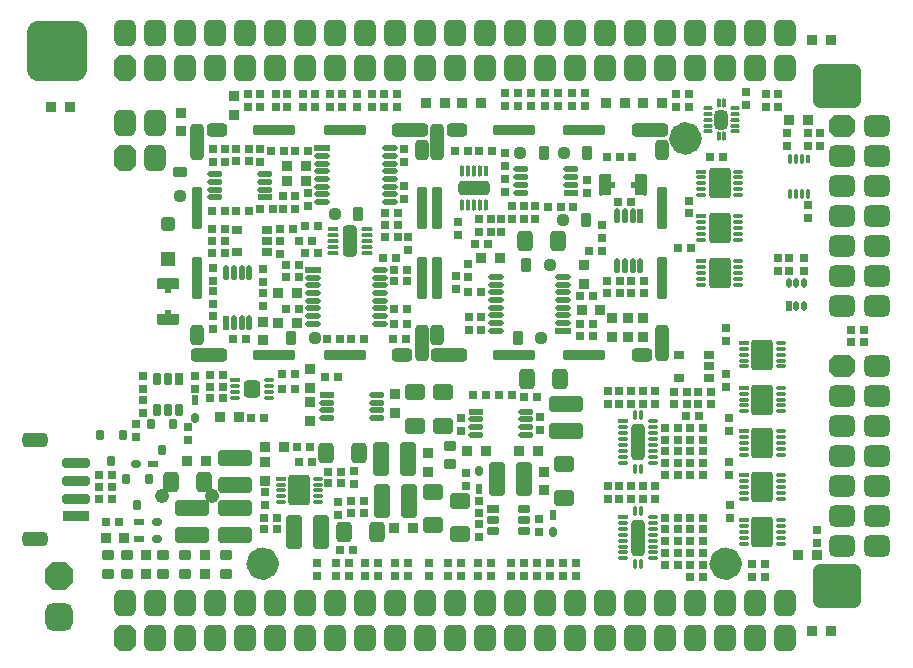
<source format=gbr>
%TF.GenerationSoftware,Altium Limited,Altium Designer,21.5.1 (32)*%
G04 Layer_Color=8388736*
%FSLAX45Y45*%
%MOMM*%
%TF.SameCoordinates,6D93875A-9943-4EB1-8E24-321CDD5DE8D5*%
%TF.FilePolarity,Negative*%
%TF.FileFunction,Soldermask,Top*%
%TF.Part,Single*%
G01*
G75*
%TA.AperFunction,ComponentPad*%
G04:AMPARAMS|DCode=117|XSize=1.82mm|YSize=2.22mm|CornerRadius=0mm|HoleSize=0mm|Usage=FLASHONLY|Rotation=270.000|XOffset=0mm|YOffset=0mm|HoleType=Round|Shape=Octagon|*
%AMOCTAGOND117*
4,1,8,1.11000,0.45500,1.11000,-0.45500,0.65500,-0.91000,-0.65500,-0.91000,-1.11000,-0.45500,-1.11000,0.45500,-0.65500,0.91000,0.65500,0.91000,1.11000,0.45500,0.0*
%
%ADD117OCTAGOND117*%

G04:AMPARAMS|DCode=118|XSize=1.82mm|YSize=2.22mm|CornerRadius=0.485mm|HoleSize=0mm|Usage=FLASHONLY|Rotation=270.000|XOffset=0mm|YOffset=0mm|HoleType=Round|Shape=RoundedRectangle|*
%AMROUNDEDRECTD118*
21,1,1.82000,1.25001,0,0,270.0*
21,1,0.85000,2.22000,0,0,270.0*
1,1,0.97000,-0.62500,-0.42500*
1,1,0.97000,-0.62500,0.42500*
1,1,0.97000,0.62500,0.42500*
1,1,0.97000,0.62500,-0.42500*
%
%ADD118ROUNDEDRECTD118*%
G04:AMPARAMS|DCode=119|XSize=1.82mm|YSize=2.22mm|CornerRadius=0.485mm|HoleSize=0mm|Usage=FLASHONLY|Rotation=0.000|XOffset=0mm|YOffset=0mm|HoleType=Round|Shape=RoundedRectangle|*
%AMROUNDEDRECTD119*
21,1,1.82000,1.25001,0,0,0.0*
21,1,0.85000,2.22000,0,0,0.0*
1,1,0.97000,0.42500,-0.62500*
1,1,0.97000,-0.42500,-0.62500*
1,1,0.97000,-0.42500,0.62500*
1,1,0.97000,0.42500,0.62500*
%
%ADD119ROUNDEDRECTD119*%
G04:AMPARAMS|DCode=120|XSize=1.82mm|YSize=2.22mm|CornerRadius=0mm|HoleSize=0mm|Usage=FLASHONLY|Rotation=0.000|XOffset=0mm|YOffset=0mm|HoleType=Round|Shape=Octagon|*
%AMOCTAGOND120*
4,1,8,-0.45500,1.11000,0.45500,1.11000,0.91000,0.65500,0.91000,-0.65500,0.45500,-1.11000,-0.45500,-1.11000,-0.91000,-0.65500,-0.91000,0.65500,-0.45500,1.11000,0.0*
%
%ADD120OCTAGOND120*%

G04:AMPARAMS|DCode=121|XSize=4.12mm|YSize=3.72mm|CornerRadius=0.6mm|HoleSize=0mm|Usage=FLASHONLY|Rotation=0.000|XOffset=0mm|YOffset=0mm|HoleType=Round|Shape=RoundedRectangle|*
%AMROUNDEDRECTD121*
21,1,4.12000,2.52000,0,0,0.0*
21,1,2.92000,3.72000,0,0,0.0*
1,1,1.20000,1.46000,-1.26000*
1,1,1.20000,-1.46000,-1.26000*
1,1,1.20000,-1.46000,1.26000*
1,1,1.20000,1.46000,1.26000*
%
%ADD121ROUNDEDRECTD121*%
G04:AMPARAMS|DCode=122|XSize=5.12mm|YSize=5.12mm|CornerRadius=1.06mm|HoleSize=0mm|Usage=FLASHONLY|Rotation=0.000|XOffset=0mm|YOffset=0mm|HoleType=Round|Shape=RoundedRectangle|*
%AMROUNDEDRECTD122*
21,1,5.12000,3.00000,0,0,0.0*
21,1,3.00000,5.12000,0,0,0.0*
1,1,2.12000,1.50000,-1.50000*
1,1,2.12000,-1.50000,-1.50000*
1,1,2.12000,-1.50000,1.50000*
1,1,2.12000,1.50000,1.50000*
%
%ADD122ROUNDEDRECTD122*%
G04:AMPARAMS|DCode=123|XSize=2.32mm|YSize=2.32mm|CornerRadius=0.61mm|HoleSize=0mm|Usage=FLASHONLY|Rotation=270.000|XOffset=0mm|YOffset=0mm|HoleType=Round|Shape=RoundedRectangle|*
%AMROUNDEDRECTD123*
21,1,2.32000,1.10000,0,0,270.0*
21,1,1.10000,2.32000,0,0,270.0*
1,1,1.22000,-0.55000,-0.55000*
1,1,1.22000,-0.55000,0.55000*
1,1,1.22000,0.55000,0.55000*
1,1,1.22000,0.55000,-0.55000*
%
%ADD123ROUNDEDRECTD123*%
G04:AMPARAMS|DCode=124|XSize=2.32mm|YSize=2.32mm|CornerRadius=0mm|HoleSize=0mm|Usage=FLASHONLY|Rotation=270.000|XOffset=0mm|YOffset=0mm|HoleType=Round|Shape=Octagon|*
%AMOCTAGOND124*
4,1,8,-0.58000,-1.16000,0.58000,-1.16000,1.16000,-0.58000,1.16000,0.58000,0.58000,1.16000,-0.58000,1.16000,-1.16000,0.58000,-1.16000,-0.58000,-0.58000,-1.16000,0.0*
%
%ADD124OCTAGOND124*%

%TA.AperFunction,ViaPad*%
%ADD125C,1.22000*%
%TA.AperFunction,NonConductor*%
%ADD166C,2.14000*%
%TA.AperFunction,SMDPad,CuDef*%
G04:AMPARAMS|DCode=167|XSize=0.72mm|YSize=0.72mm|CornerRadius=0.21mm|HoleSize=0mm|Usage=FLASHONLY|Rotation=180.000|XOffset=0mm|YOffset=0mm|HoleType=Round|Shape=RoundedRectangle|*
%AMROUNDEDRECTD167*
21,1,0.72000,0.30000,0,0,180.0*
21,1,0.30000,0.72000,0,0,180.0*
1,1,0.42000,-0.15000,0.15000*
1,1,0.42000,0.15000,0.15000*
1,1,0.42000,0.15000,-0.15000*
1,1,0.42000,-0.15000,-0.15000*
%
%ADD167ROUNDEDRECTD167*%
G04:AMPARAMS|DCode=168|XSize=0.72mm|YSize=0.82mm|CornerRadius=0.21mm|HoleSize=0mm|Usage=FLASHONLY|Rotation=0.000|XOffset=0mm|YOffset=0mm|HoleType=Round|Shape=RoundedRectangle|*
%AMROUNDEDRECTD168*
21,1,0.72000,0.40000,0,0,0.0*
21,1,0.30000,0.82000,0,0,0.0*
1,1,0.42000,0.15000,-0.20000*
1,1,0.42000,-0.15000,-0.20000*
1,1,0.42000,-0.15000,0.20000*
1,1,0.42000,0.15000,0.20000*
%
%ADD168ROUNDEDRECTD168*%
G04:AMPARAMS|DCode=169|XSize=0.37mm|YSize=0.77mm|CornerRadius=0.1225mm|HoleSize=0mm|Usage=FLASHONLY|Rotation=90.000|XOffset=0mm|YOffset=0mm|HoleType=Round|Shape=RoundedRectangle|*
%AMROUNDEDRECTD169*
21,1,0.37000,0.52500,0,0,90.0*
21,1,0.12500,0.77000,0,0,90.0*
1,1,0.24500,0.26250,0.06250*
1,1,0.24500,0.26250,-0.06250*
1,1,0.24500,-0.26250,-0.06250*
1,1,0.24500,-0.26250,0.06250*
%
%ADD169ROUNDEDRECTD169*%
G04:AMPARAMS|DCode=170|XSize=0.37mm|YSize=0.77mm|CornerRadius=0.1225mm|HoleSize=0mm|Usage=FLASHONLY|Rotation=0.000|XOffset=0mm|YOffset=0mm|HoleType=Round|Shape=RoundedRectangle|*
%AMROUNDEDRECTD170*
21,1,0.37000,0.52500,0,0,0.0*
21,1,0.12500,0.77000,0,0,0.0*
1,1,0.24500,0.06250,-0.26250*
1,1,0.24500,-0.06250,-0.26250*
1,1,0.24500,-0.06250,0.26250*
1,1,0.24500,0.06250,0.26250*
%
%ADD170ROUNDEDRECTD170*%
G04:AMPARAMS|DCode=171|XSize=1.12mm|YSize=1.62mm|CornerRadius=0.31mm|HoleSize=0mm|Usage=FLASHONLY|Rotation=0.000|XOffset=0mm|YOffset=0mm|HoleType=Round|Shape=RoundedRectangle|*
%AMROUNDEDRECTD171*
21,1,1.12000,1.00000,0,0,0.0*
21,1,0.50000,1.62000,0,0,0.0*
1,1,0.62000,0.25000,-0.50000*
1,1,0.62000,-0.25000,-0.50000*
1,1,0.62000,-0.25000,0.50000*
1,1,0.62000,0.25000,0.50000*
%
%ADD171ROUNDEDRECTD171*%
%ADD172R,0.82000X0.37000*%
G04:AMPARAMS|DCode=173|XSize=0.37mm|YSize=0.82mm|CornerRadius=0.1225mm|HoleSize=0mm|Usage=FLASHONLY|Rotation=90.000|XOffset=0mm|YOffset=0mm|HoleType=Round|Shape=RoundedRectangle|*
%AMROUNDEDRECTD173*
21,1,0.37000,0.57500,0,0,90.0*
21,1,0.12500,0.82000,0,0,90.0*
1,1,0.24500,0.28750,0.06250*
1,1,0.24500,0.28750,-0.06250*
1,1,0.24500,-0.28750,-0.06250*
1,1,0.24500,-0.28750,0.06250*
%
%ADD173ROUNDEDRECTD173*%
G04:AMPARAMS|DCode=174|XSize=2.62mm|YSize=1.82mm|CornerRadius=0.23mm|HoleSize=0mm|Usage=FLASHONLY|Rotation=90.000|XOffset=0mm|YOffset=0mm|HoleType=Round|Shape=RoundedRectangle|*
%AMROUNDEDRECTD174*
21,1,2.62000,1.36000,0,0,90.0*
21,1,2.16000,1.82000,0,0,90.0*
1,1,0.46000,0.68000,1.08000*
1,1,0.46000,0.68000,-1.08000*
1,1,0.46000,-0.68000,-1.08000*
1,1,0.46000,-0.68000,1.08000*
%
%ADD174ROUNDEDRECTD174*%
%ADD175R,1.27000X0.47000*%
G04:AMPARAMS|DCode=176|XSize=0.47mm|YSize=1.27mm|CornerRadius=0.1475mm|HoleSize=0mm|Usage=FLASHONLY|Rotation=90.000|XOffset=0mm|YOffset=0mm|HoleType=Round|Shape=RoundedRectangle|*
%AMROUNDEDRECTD176*
21,1,0.47000,0.97500,0,0,90.0*
21,1,0.17500,1.27000,0,0,90.0*
1,1,0.29500,0.48750,0.08750*
1,1,0.29500,0.48750,-0.08750*
1,1,0.29500,-0.48750,-0.08750*
1,1,0.29500,-0.48750,0.08750*
%
%ADD176ROUNDEDRECTD176*%
%ADD177R,1.02000X0.67000*%
G04:AMPARAMS|DCode=178|XSize=0.67mm|YSize=1.02mm|CornerRadius=0.1975mm|HoleSize=0mm|Usage=FLASHONLY|Rotation=90.000|XOffset=0mm|YOffset=0mm|HoleType=Round|Shape=RoundedRectangle|*
%AMROUNDEDRECTD178*
21,1,0.67000,0.62500,0,0,90.0*
21,1,0.27500,1.02000,0,0,90.0*
1,1,0.39500,0.31250,0.13750*
1,1,0.39500,0.31250,-0.13750*
1,1,0.39500,-0.31250,-0.13750*
1,1,0.39500,-0.31250,0.13750*
%
%ADD178ROUNDEDRECTD178*%
%ADD179R,0.67000X1.02000*%
G04:AMPARAMS|DCode=180|XSize=0.67mm|YSize=1.02mm|CornerRadius=0.1975mm|HoleSize=0mm|Usage=FLASHONLY|Rotation=0.000|XOffset=0mm|YOffset=0mm|HoleType=Round|Shape=RoundedRectangle|*
%AMROUNDEDRECTD180*
21,1,0.67000,0.62500,0,0,0.0*
21,1,0.27500,1.02000,0,0,0.0*
1,1,0.39500,0.13750,-0.31250*
1,1,0.39500,-0.13750,-0.31250*
1,1,0.39500,-0.13750,0.31250*
1,1,0.39500,0.13750,0.31250*
%
%ADD180ROUNDEDRECTD180*%
G04:AMPARAMS|DCode=181|XSize=1.52mm|YSize=1.42mm|CornerRadius=0.385mm|HoleSize=0mm|Usage=FLASHONLY|Rotation=90.000|XOffset=0mm|YOffset=0mm|HoleType=Round|Shape=RoundedRectangle|*
%AMROUNDEDRECTD181*
21,1,1.52000,0.65000,0,0,90.0*
21,1,0.75000,1.42000,0,0,90.0*
1,1,0.77000,0.32500,0.37500*
1,1,0.77000,0.32500,-0.37500*
1,1,0.77000,-0.32500,-0.37500*
1,1,0.77000,-0.32500,0.37500*
%
%ADD181ROUNDEDRECTD181*%
G04:AMPARAMS|DCode=182|XSize=0.72mm|YSize=0.92mm|CornerRadius=0.21mm|HoleSize=0mm|Usage=FLASHONLY|Rotation=270.000|XOffset=0mm|YOffset=0mm|HoleType=Round|Shape=RoundedRectangle|*
%AMROUNDEDRECTD182*
21,1,0.72000,0.50000,0,0,270.0*
21,1,0.30000,0.92000,0,0,270.0*
1,1,0.42000,-0.25000,-0.15000*
1,1,0.42000,-0.25000,0.15000*
1,1,0.42000,0.25000,0.15000*
1,1,0.42000,0.25000,-0.15000*
%
%ADD182ROUNDEDRECTD182*%
%ADD183R,0.92000X0.72000*%
G04:AMPARAMS|DCode=184|XSize=0.47mm|YSize=0.82mm|CornerRadius=0.1475mm|HoleSize=0mm|Usage=FLASHONLY|Rotation=180.000|XOffset=0mm|YOffset=0mm|HoleType=Round|Shape=RoundedRectangle|*
%AMROUNDEDRECTD184*
21,1,0.47000,0.52501,0,0,180.0*
21,1,0.17500,0.82000,0,0,180.0*
1,1,0.29500,-0.08750,0.26250*
1,1,0.29500,0.08750,0.26250*
1,1,0.29500,0.08750,-0.26250*
1,1,0.29500,-0.08750,-0.26250*
%
%ADD184ROUNDEDRECTD184*%
%ADD185R,0.47000X0.82000*%
G04:AMPARAMS|DCode=186|XSize=0.39mm|YSize=0.77mm|CornerRadius=0.1275mm|HoleSize=0mm|Usage=FLASHONLY|Rotation=0.000|XOffset=0mm|YOffset=0mm|HoleType=Round|Shape=RoundedRectangle|*
%AMROUNDEDRECTD186*
21,1,0.39000,0.51501,0,0,0.0*
21,1,0.13500,0.77000,0,0,0.0*
1,1,0.25500,0.06750,-0.25750*
1,1,0.25500,-0.06750,-0.25750*
1,1,0.25500,-0.06750,0.25750*
1,1,0.25500,0.06750,0.25750*
%
%ADD186ROUNDEDRECTD186*%
%ADD187R,0.39000X0.77000*%
G04:AMPARAMS|DCode=188|XSize=0.37mm|YSize=0.82mm|CornerRadius=0.1225mm|HoleSize=0mm|Usage=FLASHONLY|Rotation=0.000|XOffset=0mm|YOffset=0mm|HoleType=Round|Shape=RoundedRectangle|*
%AMROUNDEDRECTD188*
21,1,0.37000,0.57500,0,0,0.0*
21,1,0.12500,0.82000,0,0,0.0*
1,1,0.24500,0.06250,-0.28750*
1,1,0.24500,-0.06250,-0.28750*
1,1,0.24500,-0.06250,0.28750*
1,1,0.24500,0.06250,0.28750*
%
%ADD188ROUNDEDRECTD188*%
G04:AMPARAMS|DCode=189|XSize=1.12mm|YSize=3.12mm|CornerRadius=0.31mm|HoleSize=0mm|Usage=FLASHONLY|Rotation=0.000|XOffset=0mm|YOffset=0mm|HoleType=Round|Shape=RoundedRectangle|*
%AMROUNDEDRECTD189*
21,1,1.12000,2.50000,0,0,0.0*
21,1,0.50000,3.12000,0,0,0.0*
1,1,0.62000,0.25000,-1.25000*
1,1,0.62000,-0.25000,-1.25000*
1,1,0.62000,-0.25000,1.25000*
1,1,0.62000,0.25000,1.25000*
%
%ADD189ROUNDEDRECTD189*%
G04:AMPARAMS|DCode=190|XSize=0.47mm|YSize=1.32mm|CornerRadius=0.1475mm|HoleSize=0mm|Usage=FLASHONLY|Rotation=90.000|XOffset=0mm|YOffset=0mm|HoleType=Round|Shape=RoundedRectangle|*
%AMROUNDEDRECTD190*
21,1,0.47000,1.02500,0,0,90.0*
21,1,0.17500,1.32000,0,0,90.0*
1,1,0.29500,0.51250,0.08750*
1,1,0.29500,0.51250,-0.08750*
1,1,0.29500,-0.51250,-0.08750*
1,1,0.29500,-0.51250,0.08750*
%
%ADD190ROUNDEDRECTD190*%
%ADD191R,1.32000X0.47000*%
%ADD192R,0.97000X0.37000*%
G04:AMPARAMS|DCode=193|XSize=0.37mm|YSize=0.97mm|CornerRadius=0.1225mm|HoleSize=0mm|Usage=FLASHONLY|Rotation=90.000|XOffset=0mm|YOffset=0mm|HoleType=Round|Shape=RoundedRectangle|*
%AMROUNDEDRECTD193*
21,1,0.37000,0.72500,0,0,90.0*
21,1,0.12500,0.97000,0,0,90.0*
1,1,0.24500,0.36250,0.06250*
1,1,0.24500,0.36250,-0.06250*
1,1,0.24500,-0.36250,-0.06250*
1,1,0.24500,-0.36250,0.06250*
%
%ADD193ROUNDEDRECTD193*%
G04:AMPARAMS|DCode=194|XSize=2.67mm|YSize=1.22mm|CornerRadius=0.335mm|HoleSize=0mm|Usage=FLASHONLY|Rotation=90.000|XOffset=0mm|YOffset=0mm|HoleType=Round|Shape=RoundedRectangle|*
%AMROUNDEDRECTD194*
21,1,2.67000,0.55000,0,0,90.0*
21,1,2.00000,1.22000,0,0,90.0*
1,1,0.67000,0.27500,1.00000*
1,1,0.67000,0.27500,-1.00000*
1,1,0.67000,-0.27500,-1.00000*
1,1,0.67000,-0.27500,1.00000*
%
%ADD194ROUNDEDRECTD194*%
%ADD195R,0.47000X1.27000*%
G04:AMPARAMS|DCode=196|XSize=0.47mm|YSize=1.27mm|CornerRadius=0.1475mm|HoleSize=0mm|Usage=FLASHONLY|Rotation=180.000|XOffset=0mm|YOffset=0mm|HoleType=Round|Shape=RoundedRectangle|*
%AMROUNDEDRECTD196*
21,1,0.47000,0.97500,0,0,180.0*
21,1,0.17500,1.27000,0,0,180.0*
1,1,0.29500,-0.08750,0.48750*
1,1,0.29500,0.08750,0.48750*
1,1,0.29500,0.08750,-0.48750*
1,1,0.29500,-0.08750,-0.48750*
%
%ADD196ROUNDEDRECTD196*%
%ADD197R,0.37000X0.97000*%
G04:AMPARAMS|DCode=198|XSize=0.37mm|YSize=0.97mm|CornerRadius=0.1225mm|HoleSize=0mm|Usage=FLASHONLY|Rotation=0.000|XOffset=0mm|YOffset=0mm|HoleType=Round|Shape=RoundedRectangle|*
%AMROUNDEDRECTD198*
21,1,0.37000,0.72500,0,0,0.0*
21,1,0.12500,0.97000,0,0,0.0*
1,1,0.24500,0.06250,-0.36250*
1,1,0.24500,-0.06250,-0.36250*
1,1,0.24500,-0.06250,0.36250*
1,1,0.24500,0.06250,0.36250*
%
%ADD198ROUNDEDRECTD198*%
G04:AMPARAMS|DCode=199|XSize=2.67mm|YSize=1.22mm|CornerRadius=0.335mm|HoleSize=0mm|Usage=FLASHONLY|Rotation=0.000|XOffset=0mm|YOffset=0mm|HoleType=Round|Shape=RoundedRectangle|*
%AMROUNDEDRECTD199*
21,1,2.67000,0.55000,0,0,0.0*
21,1,2.00000,1.22000,0,0,0.0*
1,1,0.67000,1.00000,-0.27500*
1,1,0.67000,-1.00000,-0.27500*
1,1,0.67000,-1.00000,0.27500*
1,1,0.67000,1.00000,0.27500*
%
%ADD199ROUNDEDRECTD199*%
%ADD200C,1.12000*%
G04:AMPARAMS|DCode=201|XSize=0.92mm|YSize=1.12mm|CornerRadius=0.1mm|HoleSize=0mm|Usage=FLASHONLY|Rotation=90.000|XOffset=0mm|YOffset=0mm|HoleType=Round|Shape=RoundedRectangle|*
%AMROUNDEDRECTD201*
21,1,0.92000,0.92000,0,0,90.0*
21,1,0.72000,1.12000,0,0,90.0*
1,1,0.20000,0.46000,0.36000*
1,1,0.20000,0.46000,-0.36000*
1,1,0.20000,-0.46000,-0.36000*
1,1,0.20000,-0.46000,0.36000*
%
%ADD201ROUNDEDRECTD201*%
G04:AMPARAMS|DCode=202|XSize=0.92mm|YSize=1.12mm|CornerRadius=0.1mm|HoleSize=0mm|Usage=FLASHONLY|Rotation=180.000|XOffset=0mm|YOffset=0mm|HoleType=Round|Shape=RoundedRectangle|*
%AMROUNDEDRECTD202*
21,1,0.92000,0.92000,0,0,180.0*
21,1,0.72000,1.12000,0,0,180.0*
1,1,0.20000,-0.36000,0.46000*
1,1,0.20000,0.36000,0.46000*
1,1,0.20000,0.36000,-0.46000*
1,1,0.20000,-0.36000,-0.46000*
%
%ADD202ROUNDEDRECTD202*%
G04:AMPARAMS|DCode=203|XSize=0.72mm|YSize=0.72mm|CornerRadius=0.21mm|HoleSize=0mm|Usage=FLASHONLY|Rotation=90.000|XOffset=0mm|YOffset=0mm|HoleType=Round|Shape=RoundedRectangle|*
%AMROUNDEDRECTD203*
21,1,0.72000,0.30000,0,0,90.0*
21,1,0.30000,0.72000,0,0,90.0*
1,1,0.42000,0.15000,0.15000*
1,1,0.42000,0.15000,-0.15000*
1,1,0.42000,-0.15000,-0.15000*
1,1,0.42000,-0.15000,0.15000*
%
%ADD203ROUNDEDRECTD203*%
%ADD204O,1.82000X0.42000*%
%ADD205R,0.54000X1.00000*%
%ADD206O,0.42000X1.82000*%
%ADD207R,1.00000X0.54000*%
G04:AMPARAMS|DCode=208|XSize=2.12mm|YSize=1.22mm|CornerRadius=0.335mm|HoleSize=0mm|Usage=FLASHONLY|Rotation=180.000|XOffset=0mm|YOffset=0mm|HoleType=Round|Shape=RoundedRectangle|*
%AMROUNDEDRECTD208*
21,1,2.12000,0.55000,0,0,180.0*
21,1,1.45000,1.22000,0,0,180.0*
1,1,0.67000,-0.72500,0.27500*
1,1,0.67000,0.72500,0.27500*
1,1,0.67000,0.72500,-0.27500*
1,1,0.67000,-0.72500,-0.27500*
%
%ADD208ROUNDEDRECTD208*%
G04:AMPARAMS|DCode=209|XSize=2.32mm|YSize=0.82mm|CornerRadius=0.235mm|HoleSize=0mm|Usage=FLASHONLY|Rotation=180.000|XOffset=0mm|YOffset=0mm|HoleType=Round|Shape=RoundedRectangle|*
%AMROUNDEDRECTD209*
21,1,2.32000,0.35000,0,0,180.0*
21,1,1.85000,0.82000,0,0,180.0*
1,1,0.47000,-0.92500,0.17500*
1,1,0.47000,0.92500,0.17500*
1,1,0.47000,0.92500,-0.17500*
1,1,0.47000,-0.92500,-0.17500*
%
%ADD209ROUNDEDRECTD209*%
%ADD210R,2.32000X0.82000*%
G04:AMPARAMS|DCode=211|XSize=1.72mm|YSize=1.12mm|CornerRadius=0.31mm|HoleSize=0mm|Usage=FLASHONLY|Rotation=270.000|XOffset=0mm|YOffset=0mm|HoleType=Round|Shape=RoundedRectangle|*
%AMROUNDEDRECTD211*
21,1,1.72000,0.50000,0,0,270.0*
21,1,1.10000,1.12000,0,0,270.0*
1,1,0.62000,-0.25000,-0.55000*
1,1,0.62000,-0.25000,0.55000*
1,1,0.62000,0.25000,0.55000*
1,1,0.62000,0.25000,-0.55000*
%
%ADD211ROUNDEDRECTD211*%
%TA.AperFunction,SMDPad,SMDef*%
G04:AMPARAMS|DCode=212|XSize=3.6mm|YSize=0.8mm|CornerRadius=0.15mm|HoleSize=0mm|Usage=FLASHONLY|Rotation=180.000|XOffset=0mm|YOffset=0mm|HoleType=Round|Shape=RoundedRectangle|*
%AMROUNDEDRECTD212*
21,1,3.60000,0.50000,0,0,180.0*
21,1,3.30000,0.80000,0,0,180.0*
1,1,0.30000,-1.65000,0.25000*
1,1,0.30000,1.65000,0.25000*
1,1,0.30000,1.65000,-0.25000*
1,1,0.30000,-1.65000,-0.25000*
%
%ADD212ROUNDEDRECTD212*%
%TA.AperFunction,SMDPad,CuDef*%
G04:AMPARAMS|DCode=213|XSize=3.12mm|YSize=1.12mm|CornerRadius=0.31mm|HoleSize=0mm|Usage=FLASHONLY|Rotation=180.000|XOffset=0mm|YOffset=0mm|HoleType=Round|Shape=RoundedRectangle|*
%AMROUNDEDRECTD213*
21,1,3.12000,0.50000,0,0,180.0*
21,1,2.50000,1.12000,0,0,180.0*
1,1,0.62000,-1.25000,0.25000*
1,1,0.62000,1.25000,0.25000*
1,1,0.62000,1.25000,-0.25000*
1,1,0.62000,-1.25000,-0.25000*
%
%ADD213ROUNDEDRECTD213*%
G04:AMPARAMS|DCode=214|XSize=1.72mm|YSize=1.12mm|CornerRadius=0.31mm|HoleSize=0mm|Usage=FLASHONLY|Rotation=0.000|XOffset=0mm|YOffset=0mm|HoleType=Round|Shape=RoundedRectangle|*
%AMROUNDEDRECTD214*
21,1,1.72000,0.50000,0,0,0.0*
21,1,1.10000,1.12000,0,0,0.0*
1,1,0.62000,0.55000,-0.25000*
1,1,0.62000,-0.55000,-0.25000*
1,1,0.62000,-0.55000,0.25000*
1,1,0.62000,0.55000,0.25000*
%
%ADD214ROUNDEDRECTD214*%
%TA.AperFunction,SMDPad,SMDef*%
G04:AMPARAMS|DCode=215|XSize=3.6mm|YSize=0.8mm|CornerRadius=0.15mm|HoleSize=0mm|Usage=FLASHONLY|Rotation=270.000|XOffset=0mm|YOffset=0mm|HoleType=Round|Shape=RoundedRectangle|*
%AMROUNDEDRECTD215*
21,1,3.60000,0.50000,0,0,270.0*
21,1,3.30000,0.80000,0,0,270.0*
1,1,0.30000,-0.25000,-1.65000*
1,1,0.30000,-0.25000,1.65000*
1,1,0.30000,0.25000,1.65000*
1,1,0.30000,0.25000,-1.65000*
%
%ADD215ROUNDEDRECTD215*%
%TA.AperFunction,SMDPad,CuDef*%
G04:AMPARAMS|DCode=216|XSize=3.12mm|YSize=1.12mm|CornerRadius=0.31mm|HoleSize=0mm|Usage=FLASHONLY|Rotation=270.000|XOffset=0mm|YOffset=0mm|HoleType=Round|Shape=RoundedRectangle|*
%AMROUNDEDRECTD216*
21,1,3.12000,0.50000,0,0,270.0*
21,1,2.50000,1.12000,0,0,270.0*
1,1,0.62000,-0.25000,-1.25000*
1,1,0.62000,-0.25000,1.25000*
1,1,0.62000,0.25000,1.25000*
1,1,0.62000,0.25000,-1.25000*
%
%ADD216ROUNDEDRECTD216*%
%TA.AperFunction,SMDPad,SMDef*%
G04:AMPARAMS|DCode=217|XSize=3.596mm|YSize=0.796mm|CornerRadius=0.148mm|HoleSize=0mm|Usage=FLASHONLY|Rotation=0.000|XOffset=0mm|YOffset=0mm|HoleType=Round|Shape=RoundedRectangle|*
%AMROUNDEDRECTD217*
21,1,3.59600,0.50000,0,0,0.0*
21,1,3.30000,0.79600,0,0,0.0*
1,1,0.29600,1.65000,-0.25000*
1,1,0.29600,-1.65000,-0.25000*
1,1,0.29600,-1.65000,0.25000*
1,1,0.29600,1.65000,0.25000*
%
%ADD217ROUNDEDRECTD217*%
%TA.AperFunction,SMDPad,CuDef*%
G04:AMPARAMS|DCode=218|XSize=1.02mm|YSize=0.92mm|CornerRadius=0.26mm|HoleSize=0mm|Usage=FLASHONLY|Rotation=180.000|XOffset=0mm|YOffset=0mm|HoleType=Round|Shape=RoundedRectangle|*
%AMROUNDEDRECTD218*
21,1,1.02000,0.40000,0,0,180.0*
21,1,0.50000,0.92000,0,0,180.0*
1,1,0.52000,-0.25000,0.20000*
1,1,0.52000,0.25000,0.20000*
1,1,0.52000,0.25000,-0.20000*
1,1,0.52000,-0.25000,-0.20000*
%
%ADD218ROUNDEDRECTD218*%
G04:AMPARAMS|DCode=219|XSize=2.92mm|YSize=1.42mm|CornerRadius=0.385mm|HoleSize=0mm|Usage=FLASHONLY|Rotation=90.000|XOffset=0mm|YOffset=0mm|HoleType=Round|Shape=RoundedRectangle|*
%AMROUNDEDRECTD219*
21,1,2.92000,0.65000,0,0,90.0*
21,1,2.15000,1.42000,0,0,90.0*
1,1,0.77000,0.32500,1.07500*
1,1,0.77000,0.32500,-1.07500*
1,1,0.77000,-0.32500,-1.07500*
1,1,0.77000,-0.32500,1.07500*
%
%ADD219ROUNDEDRECTD219*%
G04:AMPARAMS|DCode=220|XSize=2.92mm|YSize=1.42mm|CornerRadius=0.385mm|HoleSize=0mm|Usage=FLASHONLY|Rotation=0.000|XOffset=0mm|YOffset=0mm|HoleType=Round|Shape=RoundedRectangle|*
%AMROUNDEDRECTD220*
21,1,2.92000,0.65000,0,0,0.0*
21,1,2.15000,1.42000,0,0,0.0*
1,1,0.77000,1.07500,-0.32500*
1,1,0.77000,-1.07500,-0.32500*
1,1,0.77000,-1.07500,0.32500*
1,1,0.77000,1.07500,0.32500*
%
%ADD220ROUNDEDRECTD220*%
%ADD221R,0.92000X0.92000*%
G04:AMPARAMS|DCode=222|XSize=0.92mm|YSize=0.92mm|CornerRadius=0.26mm|HoleSize=0mm|Usage=FLASHONLY|Rotation=90.000|XOffset=0mm|YOffset=0mm|HoleType=Round|Shape=RoundedRectangle|*
%AMROUNDEDRECTD222*
21,1,0.92000,0.40000,0,0,90.0*
21,1,0.40000,0.92000,0,0,90.0*
1,1,0.52000,0.20000,0.20000*
1,1,0.52000,0.20000,-0.20000*
1,1,0.52000,-0.20000,-0.20000*
1,1,0.52000,-0.20000,0.20000*
%
%ADD222ROUNDEDRECTD222*%
%ADD223R,0.82000X0.62000*%
G04:AMPARAMS|DCode=224|XSize=0.62mm|YSize=0.82mm|CornerRadius=0.185mm|HoleSize=0mm|Usage=FLASHONLY|Rotation=90.000|XOffset=0mm|YOffset=0mm|HoleType=Round|Shape=RoundedRectangle|*
%AMROUNDEDRECTD224*
21,1,0.62000,0.45000,0,0,90.0*
21,1,0.25000,0.82000,0,0,90.0*
1,1,0.37000,0.22500,0.12500*
1,1,0.37000,0.22500,-0.12500*
1,1,0.37000,-0.22500,-0.12500*
1,1,0.37000,-0.22500,0.12500*
%
%ADD224ROUNDEDRECTD224*%
%ADD225R,0.62000X0.82000*%
G04:AMPARAMS|DCode=226|XSize=0.62mm|YSize=0.82mm|CornerRadius=0.185mm|HoleSize=0mm|Usage=FLASHONLY|Rotation=0.000|XOffset=0mm|YOffset=0mm|HoleType=Round|Shape=RoundedRectangle|*
%AMROUNDEDRECTD226*
21,1,0.62000,0.45000,0,0,0.0*
21,1,0.25000,0.82000,0,0,0.0*
1,1,0.37000,0.12500,-0.22500*
1,1,0.37000,-0.12500,-0.22500*
1,1,0.37000,-0.12500,0.22500*
1,1,0.37000,0.12500,0.22500*
%
%ADD226ROUNDEDRECTD226*%
%ADD227R,1.22000X1.22000*%
G04:AMPARAMS|DCode=228|XSize=1.22mm|YSize=1.22mm|CornerRadius=0.335mm|HoleSize=0mm|Usage=FLASHONLY|Rotation=180.000|XOffset=0mm|YOffset=0mm|HoleType=Round|Shape=RoundedRectangle|*
%AMROUNDEDRECTD228*
21,1,1.22000,0.55000,0,0,180.0*
21,1,0.55000,1.22000,0,0,180.0*
1,1,0.67000,-0.27500,0.27500*
1,1,0.67000,0.27500,0.27500*
1,1,0.67000,0.27500,-0.27500*
1,1,0.67000,-0.27500,-0.27500*
%
%ADD228ROUNDEDRECTD228*%
G04:AMPARAMS|DCode=229|XSize=1.77mm|YSize=1.37mm|CornerRadius=0.3725mm|HoleSize=0mm|Usage=FLASHONLY|Rotation=0.000|XOffset=0mm|YOffset=0mm|HoleType=Round|Shape=RoundedRectangle|*
%AMROUNDEDRECTD229*
21,1,1.77000,0.62500,0,0,0.0*
21,1,1.02500,1.37000,0,0,0.0*
1,1,0.74500,0.51250,-0.31250*
1,1,0.74500,-0.51250,-0.31250*
1,1,0.74500,-0.51250,0.31250*
1,1,0.74500,0.51250,0.31250*
%
%ADD229ROUNDEDRECTD229*%
G04:AMPARAMS|DCode=230|XSize=1.77mm|YSize=1.37mm|CornerRadius=0.3725mm|HoleSize=0mm|Usage=FLASHONLY|Rotation=270.000|XOffset=0mm|YOffset=0mm|HoleType=Round|Shape=RoundedRectangle|*
%AMROUNDEDRECTD230*
21,1,1.77000,0.62500,0,0,270.0*
21,1,1.02500,1.37000,0,0,270.0*
1,1,0.74500,-0.31250,-0.51250*
1,1,0.74500,-0.31250,0.51250*
1,1,0.74500,0.31250,0.51250*
1,1,0.74500,0.31250,-0.51250*
%
%ADD230ROUNDEDRECTD230*%
G04:AMPARAMS|DCode=231|XSize=0.92mm|YSize=0.92mm|CornerRadius=0.26mm|HoleSize=0mm|Usage=FLASHONLY|Rotation=180.000|XOffset=0mm|YOffset=0mm|HoleType=Round|Shape=RoundedRectangle|*
%AMROUNDEDRECTD231*
21,1,0.92000,0.40000,0,0,180.0*
21,1,0.40000,0.92000,0,0,180.0*
1,1,0.52000,-0.20000,0.20000*
1,1,0.52000,0.20000,0.20000*
1,1,0.52000,0.20000,-0.20000*
1,1,0.52000,-0.20000,-0.20000*
%
%ADD231ROUNDEDRECTD231*%
G36*
X2485942Y2915944D02*
X2486860Y2915724D01*
X2487732Y2915362D01*
X2488538Y2914869D01*
X2489256Y2914256D01*
X2489869Y2913538D01*
X2490363Y2912732D01*
X2490724Y2911860D01*
X2490944Y2910942D01*
X2491019Y2910000D01*
Y2835000D01*
X2490944Y2834059D01*
X2490724Y2833140D01*
X2490363Y2832268D01*
X2489869Y2831462D01*
X2489256Y2830744D01*
X2488538Y2830131D01*
X2487732Y2829638D01*
X2486860Y2829276D01*
X2485942Y2829056D01*
X2485000Y2828982D01*
X2315000D01*
X2314058Y2829056D01*
X2313140Y2829276D01*
X2312268Y2829638D01*
X2311462Y2830131D01*
X2310744Y2830744D01*
X2310131Y2831462D01*
X2309637Y2832268D01*
X2309276Y2833140D01*
X2309056Y2834059D01*
X2308981Y2835000D01*
Y2910000D01*
X2309056Y2910942D01*
X2309276Y2911860D01*
X2309637Y2912732D01*
X2310131Y2913538D01*
X2310744Y2914256D01*
X2311462Y2914869D01*
X2312268Y2915362D01*
X2313140Y2915724D01*
X2314058Y2915944D01*
X2315000Y2916019D01*
X2372511D01*
X2373453Y2915944D01*
X2374371Y2915724D01*
X2375243Y2915362D01*
X2376049Y2914869D01*
X2376767Y2914256D01*
X2377380Y2913538D01*
X2377874Y2912732D01*
X2378235Y2911860D01*
X2378455Y2910942D01*
X2378530Y2910000D01*
Y2856005D01*
X2421527D01*
Y2910000D01*
X2421601Y2910942D01*
X2421822Y2911860D01*
X2422183Y2912732D01*
X2422677Y2913538D01*
X2423290Y2914256D01*
X2424008Y2914869D01*
X2424814Y2915362D01*
X2425686Y2915724D01*
X2426604Y2915944D01*
X2427546Y2916019D01*
X2485000D01*
X2485942Y2915944D01*
D02*
G37*
G36*
Y3210944D02*
X2486860Y3210724D01*
X2487732Y3210362D01*
X2488538Y3209869D01*
X2489256Y3209256D01*
X2489869Y3208538D01*
X2490363Y3207732D01*
X2490724Y3206860D01*
X2490944Y3205942D01*
X2491019Y3205000D01*
Y3130000D01*
X2490944Y3129059D01*
X2490724Y3128140D01*
X2490363Y3127268D01*
X2489869Y3126462D01*
X2489256Y3125744D01*
X2488538Y3125131D01*
X2487732Y3124638D01*
X2486860Y3124276D01*
X2485942Y3124056D01*
X2485000Y3123982D01*
X2427505Y3123982D01*
X2426563Y3124056D01*
X2425645Y3124277D01*
X2424773Y3124638D01*
X2423967Y3125131D01*
X2423249Y3125745D01*
X2422636Y3126463D01*
X2422142Y3127268D01*
X2421781Y3128141D01*
X2421561Y3129059D01*
X2421486Y3130001D01*
X2421486Y3183987D01*
X2378521Y3183987D01*
X2378521Y3130000D01*
X2378447Y3129059D01*
X2378227Y3128141D01*
X2377865Y3127268D01*
X2377372Y3126463D01*
X2376759Y3125745D01*
X2376040Y3125131D01*
X2375235Y3124638D01*
X2374363Y3124276D01*
X2373444Y3124056D01*
X2372503Y3123982D01*
X2315000Y3123982D01*
X2314058Y3124056D01*
X2313140Y3124276D01*
X2312268Y3124638D01*
X2311462Y3125131D01*
X2310744Y3125744D01*
X2310131Y3126462D01*
X2309637Y3127268D01*
X2309276Y3128140D01*
X2309056Y3129059D01*
X2308981Y3130000D01*
Y3205000D01*
X2309056Y3205942D01*
X2309276Y3206860D01*
X2309637Y3207732D01*
X2310131Y3208538D01*
X2310744Y3209256D01*
X2311462Y3209869D01*
X2312268Y3210362D01*
X2313140Y3210724D01*
X2314058Y3210944D01*
X2315000Y3211018D01*
X2485000D01*
X2485942Y3210944D01*
D02*
G37*
G36*
X6140941Y4100945D02*
X6141860Y4100724D01*
X6142732Y4100363D01*
X6143538Y4099869D01*
X6144256Y4099256D01*
X6144869Y4098538D01*
X6145362Y4097732D01*
X6145724Y4096860D01*
X6145944Y4095942D01*
X6146018Y4095000D01*
X6146018Y4037505D01*
X6145944Y4036563D01*
X6145723Y4035645D01*
X6145362Y4034773D01*
X6144869Y4033967D01*
X6144255Y4033249D01*
X6143537Y4032636D01*
X6142732Y4032143D01*
X6141859Y4031781D01*
X6140941Y4031561D01*
X6139999Y4031486D01*
X6086013Y4031486D01*
X6086013Y3988521D01*
X6140000Y3988521D01*
X6140941Y3988447D01*
X6141859Y3988227D01*
X6142732Y3987865D01*
X6143537Y3987372D01*
X6144255Y3986759D01*
X6144869Y3986041D01*
X6145362Y3985235D01*
X6145724Y3984363D01*
X6145944Y3983444D01*
X6146018Y3982503D01*
X6146018Y3925000D01*
X6145944Y3924058D01*
X6145724Y3923140D01*
X6145362Y3922268D01*
X6144869Y3921462D01*
X6144256Y3920744D01*
X6143538Y3920131D01*
X6142732Y3919638D01*
X6141860Y3919276D01*
X6140941Y3919056D01*
X6140000Y3918981D01*
X6065000D01*
X6064058Y3919056D01*
X6063140Y3919276D01*
X6062268Y3919638D01*
X6061462Y3920131D01*
X6060744Y3920744D01*
X6060131Y3921462D01*
X6059638Y3922268D01*
X6059276Y3923140D01*
X6059056Y3924058D01*
X6058982Y3925000D01*
Y4095000D01*
X6059056Y4095942D01*
X6059276Y4096860D01*
X6059638Y4097732D01*
X6060131Y4098538D01*
X6060744Y4099256D01*
X6061462Y4099869D01*
X6062268Y4100363D01*
X6063140Y4100724D01*
X6064058Y4100945D01*
X6065000Y4101019D01*
X6140000D01*
X6140941Y4100945D01*
D02*
G37*
G36*
X6435941D02*
X6436860Y4100724D01*
X6437732Y4100363D01*
X6438538Y4099869D01*
X6439256Y4099256D01*
X6439869Y4098538D01*
X6440362Y4097732D01*
X6440724Y4096860D01*
X6440944Y4095942D01*
X6441018Y4095000D01*
Y3925000D01*
X6440944Y3924058D01*
X6440724Y3923140D01*
X6440362Y3922268D01*
X6439869Y3921462D01*
X6439256Y3920744D01*
X6438538Y3920131D01*
X6437732Y3919638D01*
X6436860Y3919276D01*
X6435941Y3919056D01*
X6435000Y3918981D01*
X6360000D01*
X6359058Y3919056D01*
X6358140Y3919276D01*
X6357268Y3919638D01*
X6356462Y3920131D01*
X6355744Y3920744D01*
X6355131Y3921462D01*
X6354638Y3922268D01*
X6354276Y3923140D01*
X6354056Y3924058D01*
X6353981Y3925000D01*
Y3982511D01*
X6354056Y3983453D01*
X6354276Y3984371D01*
X6354638Y3985243D01*
X6355131Y3986049D01*
X6355744Y3986767D01*
X6356462Y3987380D01*
X6357268Y3987874D01*
X6358140Y3988235D01*
X6359058Y3988456D01*
X6360000Y3988530D01*
X6413995D01*
Y4031527D01*
X6360000D01*
X6359058Y4031602D01*
X6358140Y4031822D01*
X6357268Y4032183D01*
X6356462Y4032677D01*
X6355744Y4033290D01*
X6355131Y4034008D01*
X6354638Y4034814D01*
X6354276Y4035686D01*
X6354056Y4036604D01*
X6353981Y4037546D01*
Y4095000D01*
X6354056Y4095942D01*
X6354276Y4096860D01*
X6354638Y4097732D01*
X6355131Y4098538D01*
X6355744Y4099256D01*
X6356462Y4099869D01*
X6357268Y4100363D01*
X6358140Y4100724D01*
X6359058Y4100945D01*
X6360000Y4101019D01*
X6435000D01*
X6435941Y4100945D01*
D02*
G37*
D117*
X8108000Y2476800D02*
D03*
Y4508800D02*
D03*
D118*
Y2222800D02*
D03*
Y1968800D02*
D03*
Y1714800D02*
D03*
Y1460800D02*
D03*
Y1206800D02*
D03*
Y952800D02*
D03*
X8402000Y2476800D02*
D03*
Y2222800D02*
D03*
Y1968800D02*
D03*
Y1714800D02*
D03*
Y1460800D02*
D03*
Y1206800D02*
D03*
Y952800D02*
D03*
X8108000Y4254800D02*
D03*
Y4000800D02*
D03*
Y3746800D02*
D03*
Y3492800D02*
D03*
Y3238800D02*
D03*
Y2984800D02*
D03*
X8402000Y4508800D02*
D03*
Y4254800D02*
D03*
Y4000800D02*
D03*
Y3746800D02*
D03*
Y3492800D02*
D03*
Y3238800D02*
D03*
Y2984800D02*
D03*
D119*
X7620000Y464500D02*
D03*
X7366000D02*
D03*
X7112000D02*
D03*
X6858000D02*
D03*
X6604000D02*
D03*
X6350000D02*
D03*
X6096000D02*
D03*
X5842000D02*
D03*
X5588000D02*
D03*
X5334000D02*
D03*
X5080000D02*
D03*
X4826000D02*
D03*
X4572000D02*
D03*
X4318000D02*
D03*
X4064000D02*
D03*
X3810000D02*
D03*
X3556000D02*
D03*
X3302000D02*
D03*
X3048000D02*
D03*
X2794000D02*
D03*
X2540000D02*
D03*
X2286000D02*
D03*
X2032000D02*
D03*
X7620000Y170500D02*
D03*
X7366000D02*
D03*
X7112000D02*
D03*
X6858000D02*
D03*
X6604000D02*
D03*
X6350000D02*
D03*
X6096000D02*
D03*
X5842000D02*
D03*
X5588000D02*
D03*
X5334000D02*
D03*
X5080000D02*
D03*
X4826000D02*
D03*
X4572000D02*
D03*
X4318000D02*
D03*
X4064000D02*
D03*
X3810000D02*
D03*
X3556000D02*
D03*
X3302000D02*
D03*
X3048000D02*
D03*
X2794000D02*
D03*
X2540000D02*
D03*
X2286000D02*
D03*
X7620000Y5290500D02*
D03*
X7366000D02*
D03*
X7112000D02*
D03*
X6858000D02*
D03*
X6604000D02*
D03*
X6350000D02*
D03*
X6096000D02*
D03*
X5842000D02*
D03*
X5588000D02*
D03*
X5334000D02*
D03*
X5080000D02*
D03*
X4826000D02*
D03*
X4572000D02*
D03*
X4318000D02*
D03*
X4064000D02*
D03*
X3810000D02*
D03*
X3556000D02*
D03*
X3302000D02*
D03*
X3048000D02*
D03*
X2794000D02*
D03*
X2540000D02*
D03*
X2286000D02*
D03*
X2032000D02*
D03*
X7620000Y4996500D02*
D03*
X7366000D02*
D03*
X7112000D02*
D03*
X6858000D02*
D03*
X6604000D02*
D03*
X6350000D02*
D03*
X6096000D02*
D03*
X5842000D02*
D03*
X5588000D02*
D03*
X5334000D02*
D03*
X5080000D02*
D03*
X4826000D02*
D03*
X4572000D02*
D03*
X4318000D02*
D03*
X4064000D02*
D03*
X3810000D02*
D03*
X3556000D02*
D03*
X3302000D02*
D03*
X3048000D02*
D03*
X2794000D02*
D03*
X2540000D02*
D03*
X2286000D02*
D03*
X2032000Y4532400D02*
D03*
X2286000D02*
D03*
Y4238400D02*
D03*
D120*
X2032000Y170500D02*
D03*
Y4996500D02*
D03*
Y4238400D02*
D03*
D121*
X8064500Y615000D02*
D03*
Y4846000D02*
D03*
D122*
X1460500Y5143500D02*
D03*
D123*
X1480000Y345000D02*
D03*
D124*
Y695000D02*
D03*
D125*
X2350000Y1370000D02*
D03*
X2770000D02*
D03*
D166*
X6813000Y4400000D02*
G03*
X6813000Y4400000I-33000J0D01*
G01*
X3233000Y800000D02*
G03*
X3233000Y800000I-33000J0D01*
G01*
X7153000D02*
G03*
X7153000Y800000I-33000J0D01*
G01*
D167*
X7460000Y4775000D02*
D03*
Y4665000D02*
D03*
X7560000Y3385000D02*
D03*
Y3275000D02*
D03*
X7660000Y3385000D02*
D03*
Y3275000D02*
D03*
X3970000Y1475000D02*
D03*
Y1585000D02*
D03*
X3950000Y1335000D02*
D03*
Y1225000D02*
D03*
X5030000Y1025000D02*
D03*
Y1135000D02*
D03*
Y1225000D02*
D03*
Y1335000D02*
D03*
X2130000Y1985000D02*
D03*
Y1875000D02*
D03*
X2190000Y2075000D02*
D03*
Y2185000D02*
D03*
Y2385000D02*
D03*
Y2275000D02*
D03*
X2570000Y1845000D02*
D03*
Y1955000D02*
D03*
X5930000Y4675000D02*
D03*
Y4785000D02*
D03*
X3180000Y4665000D02*
D03*
Y4775000D02*
D03*
X5820000Y4675000D02*
D03*
Y4785000D02*
D03*
X3080000Y4665000D02*
D03*
Y4775000D02*
D03*
X4320000Y695000D02*
D03*
Y805000D02*
D03*
X4430000Y695000D02*
D03*
Y805000D02*
D03*
X7560000Y4665000D02*
D03*
Y4775000D02*
D03*
X7450000Y685000D02*
D03*
Y795000D02*
D03*
X7340000Y685000D02*
D03*
Y795000D02*
D03*
X6700000Y4665000D02*
D03*
Y4775000D02*
D03*
X6810000Y4665000D02*
D03*
Y4775000D02*
D03*
X5850000Y695000D02*
D03*
Y805000D02*
D03*
X5630000Y695000D02*
D03*
Y805000D02*
D03*
X5740000D02*
D03*
Y695000D02*
D03*
X5520000D02*
D03*
Y805000D02*
D03*
X5700000Y4785000D02*
D03*
Y4675000D02*
D03*
X5410000Y695000D02*
D03*
Y805000D02*
D03*
X5300000Y695000D02*
D03*
Y805000D02*
D03*
X5470000Y4675000D02*
D03*
Y4785000D02*
D03*
X5020000Y695000D02*
D03*
Y805000D02*
D03*
X5360000Y4785000D02*
D03*
Y4675000D02*
D03*
X4880000Y695000D02*
D03*
Y805000D02*
D03*
X4070000Y695000D02*
D03*
Y805000D02*
D03*
X3930000D02*
D03*
Y695000D02*
D03*
X4000000Y4775000D02*
D03*
Y4665000D02*
D03*
X4130000D02*
D03*
Y4775000D02*
D03*
X3640000D02*
D03*
Y4665000D02*
D03*
X3770000D02*
D03*
Y4775000D02*
D03*
X3410000D02*
D03*
Y4665000D02*
D03*
X7640000Y4335000D02*
D03*
Y4445000D02*
D03*
X7820000Y4335000D02*
D03*
Y4445000D02*
D03*
X6120000Y1345000D02*
D03*
Y1455000D02*
D03*
X6420000Y1345000D02*
D03*
Y1455000D02*
D03*
X6220000Y1345000D02*
D03*
Y1455000D02*
D03*
X5590000Y4675000D02*
D03*
Y4785000D02*
D03*
X4180000Y805000D02*
D03*
Y695000D02*
D03*
X3820000Y805000D02*
D03*
Y695000D02*
D03*
X5130000Y805000D02*
D03*
Y695000D02*
D03*
X4770000Y805000D02*
D03*
Y695000D02*
D03*
X5250000Y4675000D02*
D03*
Y4785000D02*
D03*
X3870000Y4665000D02*
D03*
Y4775000D02*
D03*
X3540000Y4665000D02*
D03*
Y4775000D02*
D03*
X6120000Y2155000D02*
D03*
Y2265000D02*
D03*
X4230000Y4665000D02*
D03*
Y4775000D02*
D03*
X3310000Y4665000D02*
D03*
Y4775000D02*
D03*
X6420000Y2155000D02*
D03*
Y2265000D02*
D03*
X6220000Y2155000D02*
D03*
Y2265000D02*
D03*
X3180000Y4315000D02*
D03*
Y4205000D02*
D03*
X4400000Y3995000D02*
D03*
Y3885000D02*
D03*
X2880000Y4205000D02*
D03*
Y4315000D02*
D03*
X3470000Y3915000D02*
D03*
Y3805000D02*
D03*
X6070000Y3665000D02*
D03*
Y3555000D02*
D03*
X4840000Y3125000D02*
D03*
Y3235000D02*
D03*
X4850000Y3695000D02*
D03*
Y3585000D02*
D03*
X5250000Y4275000D02*
D03*
Y4165000D02*
D03*
X5510000Y3825000D02*
D03*
Y3715000D02*
D03*
X7290000Y4685000D02*
D03*
Y4795000D02*
D03*
X7120000Y2295000D02*
D03*
Y2405000D02*
D03*
X7150000Y1925000D02*
D03*
Y2035000D02*
D03*
X7120000Y2685000D02*
D03*
Y2795000D02*
D03*
X7150000Y1555000D02*
D03*
Y1665000D02*
D03*
X7160000Y1185000D02*
D03*
Y1295000D02*
D03*
X7890000Y975000D02*
D03*
Y1085000D02*
D03*
X7920000Y4335000D02*
D03*
Y4445000D02*
D03*
X3840000Y1215000D02*
D03*
Y1325000D02*
D03*
X3220000Y1405000D02*
D03*
Y1295000D02*
D03*
X4060000Y1225000D02*
D03*
Y1335000D02*
D03*
X5540000Y1175000D02*
D03*
Y1065000D02*
D03*
X5550000Y1935000D02*
D03*
Y2045000D02*
D03*
X4880000Y1925000D02*
D03*
Y2035000D02*
D03*
X4920000Y1455000D02*
D03*
Y1565000D02*
D03*
X2630000Y2275000D02*
D03*
Y2385000D02*
D03*
X7780000Y3275000D02*
D03*
Y3385000D02*
D03*
X7820000Y3835000D02*
D03*
Y3725000D02*
D03*
X6810000Y3765000D02*
D03*
Y3875000D02*
D03*
X6320000Y2265000D02*
D03*
Y2155000D02*
D03*
Y1455000D02*
D03*
Y1345000D02*
D03*
X3660000Y695000D02*
D03*
Y805000D02*
D03*
X4610000Y695000D02*
D03*
Y805000D02*
D03*
X6520000Y1345000D02*
D03*
Y1455000D02*
D03*
X6520000Y2155000D02*
D03*
Y2265000D02*
D03*
X4340000Y4775000D02*
D03*
Y4665000D02*
D03*
X4400000Y4315000D02*
D03*
Y4205000D02*
D03*
X3200000Y3095000D02*
D03*
Y2985000D02*
D03*
Y3185000D02*
D03*
Y3295000D02*
D03*
X2780000Y3105000D02*
D03*
Y2995000D02*
D03*
Y3195000D02*
D03*
Y3305000D02*
D03*
X3350000Y3535000D02*
D03*
Y3425000D02*
D03*
X4430000Y3455000D02*
D03*
Y3565000D02*
D03*
X2780000Y2895000D02*
D03*
Y2785000D02*
D03*
X3580000Y3935000D02*
D03*
Y3825000D02*
D03*
X2780000Y4205000D02*
D03*
Y4315000D02*
D03*
X3370000Y3805000D02*
D03*
Y3915000D02*
D03*
X4950000Y2775000D02*
D03*
Y2885000D02*
D03*
X5050000Y2775000D02*
D03*
Y2885000D02*
D03*
X5310000Y3825000D02*
D03*
Y3715000D02*
D03*
X5410000Y3825000D02*
D03*
Y3715000D02*
D03*
X5030000Y3715000D02*
D03*
Y3605000D02*
D03*
X5220000Y3715000D02*
D03*
Y3605000D02*
D03*
X5130000D02*
D03*
Y3715000D02*
D03*
X5950000Y4045000D02*
D03*
Y3935000D02*
D03*
X4940000Y3225000D02*
D03*
Y3335000D02*
D03*
X5250000Y4055000D02*
D03*
Y3945000D02*
D03*
D168*
X2235000Y1520000D02*
D03*
X2045000D02*
D03*
X2140000Y1300000D02*
D03*
X2015000Y1890000D02*
D03*
X1825000D02*
D03*
X1920000Y1670000D02*
D03*
X2445000Y1980000D02*
D03*
X2255000D02*
D03*
X2350000Y1760000D02*
D03*
D169*
X7200000Y4610000D02*
D03*
Y4660000D02*
D03*
Y4560000D02*
D03*
Y4510000D02*
D03*
Y4460000D02*
D03*
X6970000Y4560000D02*
D03*
Y4610000D02*
D03*
Y4660000D02*
D03*
Y4460000D02*
D03*
Y4510000D02*
D03*
D170*
X7110000Y4700000D02*
D03*
X7060000D02*
D03*
X7110000Y4420000D02*
D03*
X7060000D02*
D03*
D171*
X7085000Y4560000D02*
D03*
D172*
X7275000Y1920000D02*
D03*
Y2290000D02*
D03*
Y1170000D02*
D03*
Y2670000D02*
D03*
X6915000Y4120000D02*
D03*
X7275000Y1550000D02*
D03*
X6915000Y3360000D02*
D03*
X3355000Y1520000D02*
D03*
X6915000Y3740000D02*
D03*
X2964999Y2355000D02*
D03*
X6255000Y1195000D02*
D03*
X6254999Y2005001D02*
D03*
D173*
X7275000Y1870000D02*
D03*
Y1820000D02*
D03*
Y1770000D02*
D03*
Y1720000D02*
D03*
X7585000Y1920000D02*
D03*
Y1870000D02*
D03*
Y1820000D02*
D03*
Y1770000D02*
D03*
Y1720000D02*
D03*
X7275000Y2240000D02*
D03*
Y2190000D02*
D03*
Y2140000D02*
D03*
Y2090000D02*
D03*
X7585000Y2290000D02*
D03*
Y2240000D02*
D03*
Y2190000D02*
D03*
Y2140000D02*
D03*
Y2090000D02*
D03*
X7275000Y1120000D02*
D03*
Y1070000D02*
D03*
Y1020000D02*
D03*
Y970000D02*
D03*
X7585000Y1170000D02*
D03*
Y1120000D02*
D03*
Y1070000D02*
D03*
Y1020000D02*
D03*
Y970000D02*
D03*
X7275000Y2620000D02*
D03*
Y2570000D02*
D03*
Y2520000D02*
D03*
Y2470000D02*
D03*
X7585000Y2670000D02*
D03*
Y2620000D02*
D03*
Y2570000D02*
D03*
Y2520000D02*
D03*
Y2470000D02*
D03*
X6915000Y4070000D02*
D03*
Y4020000D02*
D03*
Y3970000D02*
D03*
Y3920000D02*
D03*
X7225000Y4120000D02*
D03*
Y4070000D02*
D03*
Y4020000D02*
D03*
Y3970000D02*
D03*
Y3920000D02*
D03*
X7275000Y1500000D02*
D03*
Y1450000D02*
D03*
Y1400000D02*
D03*
Y1350000D02*
D03*
X7585000Y1550000D02*
D03*
Y1500000D02*
D03*
Y1450000D02*
D03*
Y1400000D02*
D03*
Y1350000D02*
D03*
X6915000Y3310000D02*
D03*
Y3260000D02*
D03*
Y3210000D02*
D03*
Y3160000D02*
D03*
X7225000Y3360000D02*
D03*
Y3310000D02*
D03*
Y3260000D02*
D03*
Y3210000D02*
D03*
Y3160000D02*
D03*
X3355000Y1470000D02*
D03*
Y1420000D02*
D03*
Y1370000D02*
D03*
Y1320000D02*
D03*
X3665000Y1520000D02*
D03*
Y1470000D02*
D03*
Y1420000D02*
D03*
Y1370000D02*
D03*
Y1320000D02*
D03*
X6915000Y3690000D02*
D03*
Y3640000D02*
D03*
Y3590000D02*
D03*
Y3540000D02*
D03*
X7225000Y3740000D02*
D03*
Y3690000D02*
D03*
Y3640000D02*
D03*
Y3590000D02*
D03*
Y3540000D02*
D03*
X3254999Y2205000D02*
D03*
Y2255000D02*
D03*
Y2305000D02*
D03*
Y2355000D02*
D03*
X2964999Y2205000D02*
D03*
Y2255000D02*
D03*
Y2305000D02*
D03*
X6255000Y1145000D02*
D03*
Y1095000D02*
D03*
Y1045000D02*
D03*
Y995000D02*
D03*
Y945000D02*
D03*
Y895000D02*
D03*
Y845000D02*
D03*
X6505000Y845000D02*
D03*
Y895000D02*
D03*
Y945000D02*
D03*
Y995000D02*
D03*
Y1045000D02*
D03*
Y1095000D02*
D03*
Y1145000D02*
D03*
Y1195000D02*
D03*
X6254999Y1955000D02*
D03*
Y1905001D02*
D03*
Y1855001D02*
D03*
Y1805000D02*
D03*
Y1755001D02*
D03*
Y1705000D02*
D03*
Y1655000D02*
D03*
X6505000Y1655000D02*
D03*
Y1705000D02*
D03*
Y1755000D02*
D03*
Y1805000D02*
D03*
Y1855000D02*
D03*
Y1905000D02*
D03*
Y1955000D02*
D03*
Y2005000D02*
D03*
D174*
X7430000Y1820000D02*
D03*
Y2190000D02*
D03*
Y1070000D02*
D03*
Y2570000D02*
D03*
X7070000Y4020000D02*
D03*
X7430000Y1450000D02*
D03*
X7070000Y3260000D02*
D03*
X3510000Y1420000D02*
D03*
X7070000Y3640000D02*
D03*
D175*
X3747500Y2227500D02*
D03*
X5007500Y2087500D02*
D03*
X3222500Y3902500D02*
D03*
X5812500Y3942500D02*
D03*
D176*
X3747500Y2162500D02*
D03*
Y2097500D02*
D03*
Y2032500D02*
D03*
X4172500Y2227500D02*
D03*
Y2162500D02*
D03*
Y2097500D02*
D03*
Y2032500D02*
D03*
X5007500Y2022500D02*
D03*
Y1957500D02*
D03*
Y1892500D02*
D03*
X5432500Y2087500D02*
D03*
Y2022500D02*
D03*
Y1957500D02*
D03*
Y1892500D02*
D03*
X3222500Y3967500D02*
D03*
Y4032500D02*
D03*
Y4097500D02*
D03*
X2797500Y3902500D02*
D03*
Y3967500D02*
D03*
Y4032500D02*
D03*
Y4097500D02*
D03*
X5812500Y4007500D02*
D03*
Y4072500D02*
D03*
Y4137500D02*
D03*
X5387500Y3942500D02*
D03*
Y4007500D02*
D03*
Y4072500D02*
D03*
Y4137500D02*
D03*
D177*
X5150000Y1265000D02*
D03*
D178*
Y1170000D02*
D03*
Y1075000D02*
D03*
X5410000D02*
D03*
Y1170000D02*
D03*
Y1265000D02*
D03*
D179*
X2495000Y2360000D02*
D03*
D180*
X2400000D02*
D03*
X2305000D02*
D03*
Y2100000D02*
D03*
X2400000D02*
D03*
X2495000D02*
D03*
D181*
X3109999Y2280000D02*
D03*
D182*
X6722500Y2375000D02*
D03*
Y2565000D02*
D03*
X6977500D02*
D03*
Y2470000D02*
D03*
X2982500Y3435000D02*
D03*
Y3625000D02*
D03*
X3237500D02*
D03*
Y3530000D02*
D03*
D183*
X6977500Y2375000D02*
D03*
X3237500Y3435000D02*
D03*
D184*
X7654551Y3179735D02*
D03*
X7719551D02*
D03*
X7784551D02*
D03*
Y2979734D02*
D03*
X7719551D02*
D03*
D185*
X7654551D02*
D03*
D186*
X7665000Y3930000D02*
D03*
X7715000D02*
D03*
X7765000D02*
D03*
X7815000D02*
D03*
X7665000Y4230000D02*
D03*
X7715000D02*
D03*
X7765000D02*
D03*
D187*
X7815000D02*
D03*
D188*
X6355000Y794999D02*
D03*
X6405000D02*
D03*
X6405000Y1245000D02*
D03*
X6355000D02*
D03*
X6355000Y1605000D02*
D03*
X6405000D02*
D03*
X6404999Y2055000D02*
D03*
X6354999D02*
D03*
D189*
X6380000Y1020000D02*
D03*
X6380000Y1830000D02*
D03*
D190*
X4195000Y2832500D02*
D03*
Y2897500D02*
D03*
Y2962500D02*
D03*
Y3027500D02*
D03*
Y3092500D02*
D03*
Y3157500D02*
D03*
Y3222500D02*
D03*
Y3287500D02*
D03*
X3625000Y2832500D02*
D03*
Y2897500D02*
D03*
Y2962500D02*
D03*
Y3027500D02*
D03*
Y3092500D02*
D03*
Y3157500D02*
D03*
Y3222500D02*
D03*
X4275000Y3862500D02*
D03*
Y3927500D02*
D03*
Y3992500D02*
D03*
Y4057500D02*
D03*
Y4122500D02*
D03*
Y4187500D02*
D03*
Y4252500D02*
D03*
Y4317500D02*
D03*
X3705000Y3862500D02*
D03*
Y3927500D02*
D03*
Y3992500D02*
D03*
Y4057500D02*
D03*
Y4122500D02*
D03*
Y4187500D02*
D03*
Y4252500D02*
D03*
X5175000Y3227500D02*
D03*
Y3162500D02*
D03*
Y3097500D02*
D03*
Y3032500D02*
D03*
Y2967500D02*
D03*
Y2902500D02*
D03*
Y2837500D02*
D03*
Y2772500D02*
D03*
X5745000Y3227500D02*
D03*
Y3162500D02*
D03*
Y3097500D02*
D03*
Y3032500D02*
D03*
Y2967500D02*
D03*
Y2902500D02*
D03*
Y2837500D02*
D03*
D191*
X3625000Y3287500D02*
D03*
X3705000Y4317500D02*
D03*
X5745000Y2772500D02*
D03*
D192*
X3795000Y3630000D02*
D03*
D193*
Y3580000D02*
D03*
Y3530000D02*
D03*
Y3480000D02*
D03*
Y3430000D02*
D03*
X4085000Y3630000D02*
D03*
Y3580000D02*
D03*
Y3530000D02*
D03*
Y3480000D02*
D03*
Y3430000D02*
D03*
D194*
X3940000Y3530000D02*
D03*
D195*
X2892500Y2837500D02*
D03*
X6397500Y3742500D02*
D03*
D196*
X2957500Y2837500D02*
D03*
X3022500D02*
D03*
X3087500D02*
D03*
X2892500Y3262500D02*
D03*
X2957500D02*
D03*
X3022500D02*
D03*
X3087500D02*
D03*
X6332500Y3742500D02*
D03*
X6267500D02*
D03*
X6202500D02*
D03*
X6397500Y3317500D02*
D03*
X6332500D02*
D03*
X6267500D02*
D03*
X6202500D02*
D03*
D197*
X5090000Y4125000D02*
D03*
D198*
X5040000D02*
D03*
X4990000D02*
D03*
X4940000D02*
D03*
X4890000D02*
D03*
X5090000Y3835000D02*
D03*
X5040000D02*
D03*
X4990000D02*
D03*
X4940000D02*
D03*
X4890000D02*
D03*
D199*
X4990000Y3980000D02*
D03*
D200*
X2502123Y3912123D02*
D03*
X3640000Y2710000D02*
D03*
X3810000Y3760000D02*
D03*
X5560000Y2710000D02*
D03*
X5630000Y3330000D02*
D03*
X5750000Y4280000D02*
D03*
X5380000D02*
D03*
X5740000Y3710000D02*
D03*
D201*
X2502123Y4112124D02*
D03*
D202*
X3440000Y2710000D02*
D03*
X4010000Y3760000D02*
D03*
X5360000Y2710000D02*
D03*
X5430000Y3330000D02*
D03*
X5950000Y4280000D02*
D03*
X5580000D02*
D03*
X5940000Y3710000D02*
D03*
D203*
X6605000Y1190000D02*
D03*
X6715000D02*
D03*
X6605000Y790000D02*
D03*
X6715000D02*
D03*
X6605000Y890000D02*
D03*
X6715000D02*
D03*
X6605000Y990000D02*
D03*
X6715000D02*
D03*
X6605000Y1090000D02*
D03*
X6715000D02*
D03*
X6605000Y1550000D02*
D03*
X6715000D02*
D03*
X6605000Y1650000D02*
D03*
X6715000D02*
D03*
X6605000Y1750000D02*
D03*
X6715000D02*
D03*
X6605000Y1850000D02*
D03*
X6715000D02*
D03*
X6605000Y1950000D02*
D03*
X6715000D02*
D03*
X3865000Y1580000D02*
D03*
X3755000D02*
D03*
Y1480000D02*
D03*
X3865000D02*
D03*
X1985000Y1150000D02*
D03*
X1875000D02*
D03*
X3105000Y2030000D02*
D03*
X3215000D02*
D03*
X5205000Y2230000D02*
D03*
X5315000D02*
D03*
X1925000Y1550000D02*
D03*
X1815000D02*
D03*
Y1450000D02*
D03*
X1925000D02*
D03*
X2755000Y2400000D02*
D03*
X2865000D02*
D03*
X2755000Y2300000D02*
D03*
X2865000D02*
D03*
Y2200000D02*
D03*
X2755000D02*
D03*
X3365000Y2280000D02*
D03*
X3475000D02*
D03*
X6995000Y2150000D02*
D03*
X6885000D02*
D03*
X6815000Y1190000D02*
D03*
X6925000D02*
D03*
X6815000Y790000D02*
D03*
X6924999D02*
D03*
X6815000Y890000D02*
D03*
X6925000D02*
D03*
X6815000Y990000D02*
D03*
X6925000D02*
D03*
X6815000Y1090000D02*
D03*
X6925000D02*
D03*
X6815000Y1550000D02*
D03*
X6925000D02*
D03*
X6815000Y1650000D02*
D03*
X6925000D02*
D03*
X6815000Y1750000D02*
D03*
X6925000D02*
D03*
X6815000Y1850000D02*
D03*
X6925000D02*
D03*
X6815000Y1950000D02*
D03*
X6925000D02*
D03*
X3055000Y2700000D02*
D03*
X2945000D02*
D03*
X3665000Y3430000D02*
D03*
X3555000D02*
D03*
X3615000Y3530000D02*
D03*
X3505000D02*
D03*
X4315000Y2960000D02*
D03*
X4425000D02*
D03*
X4055000Y2700000D02*
D03*
X3945000D02*
D03*
X3665000Y3660000D02*
D03*
X3555000D02*
D03*
X4215000Y3390000D02*
D03*
X4325000D02*
D03*
X3855000Y2700000D02*
D03*
X3745000D02*
D03*
X2885000Y3630000D02*
D03*
X2775000D02*
D03*
X3085000Y4310000D02*
D03*
X2975000D02*
D03*
X3175000Y3800000D02*
D03*
X3285000D02*
D03*
X4415000Y2700000D02*
D03*
X4305000D02*
D03*
X4935000Y3100000D02*
D03*
X5045000D02*
D03*
X6075000Y3450000D02*
D03*
X5965000D02*
D03*
X6330000Y4240000D02*
D03*
X6225000D02*
D03*
X6115000D02*
D03*
X4935000Y4290000D02*
D03*
X4825000D02*
D03*
X5035000D02*
D03*
X5145000D02*
D03*
X5830000Y3820000D02*
D03*
X5725000D02*
D03*
X5615000D02*
D03*
X6985000Y4240000D02*
D03*
X7095000D02*
D03*
X6825000Y3470000D02*
D03*
X6715000D02*
D03*
X8185000Y2780000D02*
D03*
X8295000D02*
D03*
Y2680000D02*
D03*
X8185000D02*
D03*
X3855000Y920000D02*
D03*
X3965000D02*
D03*
X3615000Y1660000D02*
D03*
X3505000D02*
D03*
X3605000Y1790000D02*
D03*
X3495000D02*
D03*
X3215000Y1090000D02*
D03*
X3325000D02*
D03*
Y1190000D02*
D03*
X3215000D02*
D03*
X3835000Y2380000D02*
D03*
X3725000D02*
D03*
X4985000Y2230000D02*
D03*
X5095000D02*
D03*
X5415000Y2210000D02*
D03*
X5525000D02*
D03*
X1925000Y1350000D02*
D03*
X1815000D02*
D03*
X3365000Y2410000D02*
D03*
X3475000D02*
D03*
X6685000Y2150000D02*
D03*
X6795000D02*
D03*
X6685000Y2250000D02*
D03*
X6795000D02*
D03*
X6885000D02*
D03*
X6995000D02*
D03*
X6925000Y690000D02*
D03*
X6815000D02*
D03*
X6895000Y2050000D02*
D03*
X6785000D02*
D03*
X2975000Y3790000D02*
D03*
X3085000D02*
D03*
X2885000D02*
D03*
X2775000D02*
D03*
X3505000Y3330000D02*
D03*
X3395000D02*
D03*
X3505000Y3230000D02*
D03*
X3395000D02*
D03*
X4315000Y3190000D02*
D03*
X4425000D02*
D03*
X4315000Y3290000D02*
D03*
X4425000D02*
D03*
X3385000Y4290000D02*
D03*
X3275000D02*
D03*
X3585000D02*
D03*
X3475000D02*
D03*
X2885000Y3430000D02*
D03*
X2775000D02*
D03*
X4235000Y3570000D02*
D03*
X4345000D02*
D03*
X3505000Y2960000D02*
D03*
X3395000D02*
D03*
X4235000Y3770000D02*
D03*
X4345000D02*
D03*
X4235000Y3670000D02*
D03*
X4345000D02*
D03*
X3345000Y3630000D02*
D03*
X3455000D02*
D03*
X2885000Y3530000D02*
D03*
X2775000D02*
D03*
X2975000Y4210000D02*
D03*
X3085000D02*
D03*
X4315000Y2830000D02*
D03*
X4425000D02*
D03*
X5885000Y2730000D02*
D03*
X5995000D02*
D03*
X5885000Y2830000D02*
D03*
X5995000D02*
D03*
X6115000Y3090000D02*
D03*
X6225000D02*
D03*
X6115000Y3190000D02*
D03*
X6225000D02*
D03*
X6425000Y3090000D02*
D03*
X6315000D02*
D03*
X6425000Y3190000D02*
D03*
X6315000D02*
D03*
X4995000Y3510000D02*
D03*
X5105000D02*
D03*
X5885000Y3070000D02*
D03*
X5995000D02*
D03*
X6315000Y3860000D02*
D03*
X6205000D02*
D03*
D204*
X2400000Y3205000D02*
D03*
Y2835000D02*
D03*
D205*
Y3140000D02*
D03*
Y2900000D02*
D03*
D206*
X6065000Y4010000D02*
D03*
X6435000D02*
D03*
D207*
X6130000D02*
D03*
X6370000D02*
D03*
D208*
X1270000Y1005000D02*
D03*
Y1845000D02*
D03*
D209*
X1620000Y1650000D02*
D03*
Y1500000D02*
D03*
Y1350000D02*
D03*
D210*
Y1200000D02*
D03*
D211*
X2645000Y2735000D02*
D03*
X4550000Y4300000D02*
D03*
X4675000Y2735000D02*
D03*
X6580000Y4300000D02*
D03*
D212*
X3895000Y2565000D02*
D03*
X3300000D02*
D03*
Y4470000D02*
D03*
X5925000Y2565000D02*
D03*
X5330000D02*
D03*
Y4470000D02*
D03*
D213*
X2745000Y2565000D02*
D03*
X4450000Y4470000D02*
D03*
X4775000Y2565000D02*
D03*
X6480000Y4470000D02*
D03*
D214*
X4380000Y2565000D02*
D03*
X2815000Y4470000D02*
D03*
X6410000Y2565000D02*
D03*
X4845000Y4470000D02*
D03*
D215*
X4550000Y3815000D02*
D03*
Y3220000D02*
D03*
X2645000D02*
D03*
Y3815000D02*
D03*
X6580000D02*
D03*
Y3220000D02*
D03*
X4675000D02*
D03*
Y3815000D02*
D03*
D216*
X4550000Y2665000D02*
D03*
X2645000Y4370000D02*
D03*
X6580000Y2665000D02*
D03*
X4675000Y4370000D02*
D03*
D217*
X3895000Y4470000D02*
D03*
X5925000D02*
D03*
D218*
X2050000Y870000D02*
D03*
Y710000D02*
D03*
X1890000Y870000D02*
D03*
Y710000D02*
D03*
X4790000Y1800000D02*
D03*
Y1640000D02*
D03*
X2890000Y870000D02*
D03*
Y710000D02*
D03*
X2540000D02*
D03*
Y870000D02*
D03*
X2360000D02*
D03*
Y710000D02*
D03*
D219*
X4205000Y1690000D02*
D03*
X4435000D02*
D03*
X3465000Y1070000D02*
D03*
X3695000D02*
D03*
X4210000Y1330000D02*
D03*
X4440000D02*
D03*
X5415000Y1520000D02*
D03*
X5185000D02*
D03*
D220*
X2970000Y1275000D02*
D03*
Y1045000D02*
D03*
X2970000Y1465000D02*
D03*
Y1695000D02*
D03*
X5770000Y1925000D02*
D03*
Y2155000D02*
D03*
X2600000Y1045000D02*
D03*
Y1275000D02*
D03*
D221*
X7850000Y230000D02*
D03*
Y5230000D02*
D03*
X2840000Y2040000D02*
D03*
X6420000Y4700000D02*
D03*
X4890000D02*
D03*
X6110000D02*
D03*
X4580000D02*
D03*
X7730000Y870000D02*
D03*
X7660000Y4560000D02*
D03*
X1410000Y4670000D02*
D03*
D222*
X8010000Y230000D02*
D03*
Y5230000D02*
D03*
X3000000Y2040000D02*
D03*
X6580000Y4700000D02*
D03*
X5050000D02*
D03*
X6270000D02*
D03*
X4740000D02*
D03*
X7890000Y870000D02*
D03*
X7820000Y4560000D02*
D03*
X1570000Y4670000D02*
D03*
X3380000Y1790000D02*
D03*
X3220000D02*
D03*
X4470000Y1100000D02*
D03*
X4310000D02*
D03*
X2720000Y1670000D02*
D03*
X2560000D02*
D03*
X1870000Y1020000D02*
D03*
X2030000D02*
D03*
X4930000Y1750000D02*
D03*
X5090000D02*
D03*
X5530000D02*
D03*
X5370000D02*
D03*
X3490000Y3090000D02*
D03*
X3330000D02*
D03*
X3490000Y2840000D02*
D03*
X3330000D02*
D03*
X3570000Y4170000D02*
D03*
X3410000D02*
D03*
X3570000Y4040000D02*
D03*
X3410000D02*
D03*
X5050000Y3390000D02*
D03*
X5210000D02*
D03*
X5900000Y2950000D02*
D03*
X6060000D02*
D03*
D223*
X2155000Y1150000D02*
D03*
X2275000Y1640000D02*
D03*
X2155000Y1010000D02*
D03*
D224*
X2305000Y1150000D02*
D03*
X2125000Y1640000D02*
D03*
X2305000Y1010000D02*
D03*
D225*
X5660000Y1215000D02*
D03*
X5030000Y1435000D02*
D03*
X2630000Y2185000D02*
D03*
D226*
X5660000Y1065000D02*
D03*
X5030000Y1585000D02*
D03*
X2630000Y2035000D02*
D03*
D227*
X2400000Y3380000D02*
D03*
D228*
Y3680000D02*
D03*
D229*
X4640000Y1410000D02*
D03*
Y1130000D02*
D03*
X4490000Y2250000D02*
D03*
Y1970000D02*
D03*
X5750000Y1640000D02*
D03*
Y1360000D02*
D03*
X4730000Y2250000D02*
D03*
Y1970000D02*
D03*
X4870000Y1050000D02*
D03*
Y1330000D02*
D03*
D230*
X4170000Y1070000D02*
D03*
X3890000D02*
D03*
X4020000Y1740000D02*
D03*
X3740000D02*
D03*
X2420000Y1490000D02*
D03*
X2700000D02*
D03*
X5440000Y2360000D02*
D03*
X5720000D02*
D03*
X5700000Y3530000D02*
D03*
X5420000D02*
D03*
D231*
X4600000Y1740000D02*
D03*
Y1580000D02*
D03*
X3220000Y1500000D02*
D03*
Y1660000D02*
D03*
X4320000Y2080000D02*
D03*
Y2240000D02*
D03*
X2960000Y4760000D02*
D03*
Y4600000D02*
D03*
X3600000Y2010000D02*
D03*
Y2170000D02*
D03*
X5580000Y1420000D02*
D03*
Y1580000D02*
D03*
X2210000Y870000D02*
D03*
Y710000D02*
D03*
X2710000Y870000D02*
D03*
Y710000D02*
D03*
X3200000Y2850000D02*
D03*
Y2690000D02*
D03*
X6420000Y2880000D02*
D03*
Y2720000D02*
D03*
X6290000D02*
D03*
Y2880000D02*
D03*
X2510000Y4460000D02*
D03*
Y4620000D02*
D03*
X6160000Y2880000D02*
D03*
Y2720000D02*
D03*
X3600000Y2450000D02*
D03*
Y2290000D02*
D03*
X5920000Y3170000D02*
D03*
Y3330000D02*
D03*
%TF.MD5,b2a1d57c3745c89c562ff4e64439e143*%
M02*

</source>
